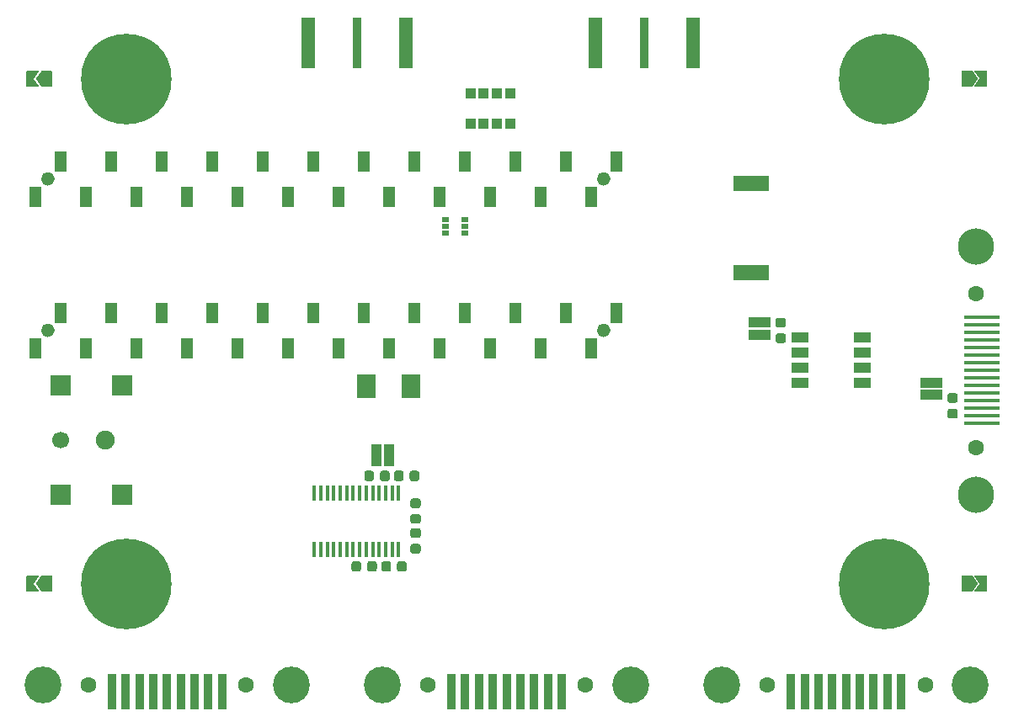
<source format=gts>
G04 #@! TF.GenerationSoftware,KiCad,Pcbnew,(5.1.6)-1*
G04 #@! TF.CreationDate,2022-01-17T18:14:53-08:00*
G04 #@! TF.ProjectId,Attenuator Controller Board,41747465-6e75-4617-946f-7220436f6e74,rev?*
G04 #@! TF.SameCoordinates,Original*
G04 #@! TF.FileFunction,Soldermask,Top*
G04 #@! TF.FilePolarity,Negative*
%FSLAX46Y46*%
G04 Gerber Fmt 4.6, Leading zero omitted, Abs format (unit mm)*
G04 Created by KiCad (PCBNEW (5.1.6)-1) date 2022-01-17 18:14:53*
%MOMM*%
%LPD*%
G01*
G04 APERTURE LIST*
%ADD10C,0.100000*%
%ADD11C,0.010000*%
%ADD12R,0.900000X3.600001*%
%ADD13C,1.600000*%
%ADD14C,3.700000*%
%ADD15R,0.455600X1.573200*%
%ADD16R,1.801800X1.039800*%
%ADD17C,1.290000*%
%ADD18R,1.979600X2.360600*%
%ADD19R,2.270000X1.000000*%
%ADD20R,1.000000X1.000000*%
%ADD21R,3.605200X0.404800*%
%ADD22C,3.656000*%
%ADD23R,0.960000X5.100000*%
%ADD24R,1.450000X5.100000*%
%ADD25R,2.100000X2.100000*%
%ADD26C,1.900000*%
%ADD27C,1.700000*%
%ADD28C,9.100000*%
%ADD29R,0.750000X0.500000*%
%ADD30R,1.000000X2.270000*%
%ADD31R,3.600000X1.600000*%
G04 APERTURE END LIST*
D10*
X104516000Y-86270000D02*
G75*
G03*
X104516000Y-86270000I-646000J0D01*
G01*
D11*
G36*
X132519000Y-87045000D02*
G01*
X133641000Y-87045000D01*
X133641000Y-89052000D01*
X132519000Y-89052000D01*
X132519000Y-87045000D01*
G37*
X132519000Y-87045000D02*
X133641000Y-87045000D01*
X133641000Y-89052000D01*
X132519000Y-89052000D01*
X132519000Y-87045000D01*
G36*
X157919000Y-87045000D02*
G01*
X159041000Y-87045000D01*
X159041000Y-89052000D01*
X157919000Y-89052000D01*
X157919000Y-87045000D01*
G37*
X157919000Y-87045000D02*
X159041000Y-87045000D01*
X159041000Y-89052000D01*
X157919000Y-89052000D01*
X157919000Y-87045000D01*
G36*
X155379000Y-83489000D02*
G01*
X156501000Y-83489000D01*
X156501000Y-85496000D01*
X155379000Y-85496000D01*
X155379000Y-83489000D01*
G37*
X155379000Y-83489000D02*
X156501000Y-83489000D01*
X156501000Y-85496000D01*
X155379000Y-85496000D01*
X155379000Y-83489000D01*
G36*
X142679000Y-87045000D02*
G01*
X143801000Y-87045000D01*
X143801000Y-89052000D01*
X142679000Y-89052000D01*
X142679000Y-87045000D01*
G37*
X142679000Y-87045000D02*
X143801000Y-87045000D01*
X143801000Y-89052000D01*
X142679000Y-89052000D01*
X142679000Y-87045000D01*
G36*
X147759000Y-87045000D02*
G01*
X148881000Y-87045000D01*
X148881000Y-89052000D01*
X147759000Y-89052000D01*
X147759000Y-87045000D01*
G37*
X147759000Y-87045000D02*
X148881000Y-87045000D01*
X148881000Y-89052000D01*
X147759000Y-89052000D01*
X147759000Y-87045000D01*
G36*
X137599000Y-87045000D02*
G01*
X138721000Y-87045000D01*
X138721000Y-89052000D01*
X137599000Y-89052000D01*
X137599000Y-87045000D01*
G37*
X137599000Y-87045000D02*
X138721000Y-87045000D01*
X138721000Y-89052000D01*
X137599000Y-89052000D01*
X137599000Y-87045000D01*
G36*
X152839000Y-87045000D02*
G01*
X153961000Y-87045000D01*
X153961000Y-89052000D01*
X152839000Y-89052000D01*
X152839000Y-87045000D01*
G37*
X152839000Y-87045000D02*
X153961000Y-87045000D01*
X153961000Y-89052000D01*
X152839000Y-89052000D01*
X152839000Y-87045000D01*
G36*
X122359000Y-87045000D02*
G01*
X123481000Y-87045000D01*
X123481000Y-89052000D01*
X122359000Y-89052000D01*
X122359000Y-87045000D01*
G37*
X122359000Y-87045000D02*
X123481000Y-87045000D01*
X123481000Y-89052000D01*
X122359000Y-89052000D01*
X122359000Y-87045000D01*
G36*
X127439000Y-87045000D02*
G01*
X128561000Y-87045000D01*
X128561000Y-89052000D01*
X127439000Y-89052000D01*
X127439000Y-87045000D01*
G37*
X127439000Y-87045000D02*
X128561000Y-87045000D01*
X128561000Y-89052000D01*
X127439000Y-89052000D01*
X127439000Y-87045000D01*
D10*
X160396000Y-86270000D02*
G75*
G03*
X160396000Y-86270000I-646000J0D01*
G01*
D11*
G36*
X119819000Y-83489000D02*
G01*
X120941000Y-83489000D01*
X120941000Y-85496000D01*
X119819000Y-85496000D01*
X119819000Y-83489000D01*
G37*
X119819000Y-83489000D02*
X120941000Y-83489000D01*
X120941000Y-85496000D01*
X119819000Y-85496000D01*
X119819000Y-83489000D01*
G36*
X140139000Y-83489000D02*
G01*
X141261000Y-83489000D01*
X141261000Y-85496000D01*
X140139000Y-85496000D01*
X140139000Y-83489000D01*
G37*
X140139000Y-83489000D02*
X141261000Y-83489000D01*
X141261000Y-85496000D01*
X140139000Y-85496000D01*
X140139000Y-83489000D01*
G36*
X160459000Y-83489000D02*
G01*
X161581000Y-83489000D01*
X161581000Y-85496000D01*
X160459000Y-85496000D01*
X160459000Y-83489000D01*
G37*
X160459000Y-83489000D02*
X161581000Y-83489000D01*
X161581000Y-85496000D01*
X160459000Y-85496000D01*
X160459000Y-83489000D01*
G36*
X135059000Y-83489000D02*
G01*
X136181000Y-83489000D01*
X136181000Y-85496000D01*
X135059000Y-85496000D01*
X135059000Y-83489000D01*
G37*
X135059000Y-83489000D02*
X136181000Y-83489000D01*
X136181000Y-85496000D01*
X135059000Y-85496000D01*
X135059000Y-83489000D01*
G36*
X145219000Y-83489000D02*
G01*
X146341000Y-83489000D01*
X146341000Y-85496000D01*
X145219000Y-85496000D01*
X145219000Y-83489000D01*
G37*
X145219000Y-83489000D02*
X146341000Y-83489000D01*
X146341000Y-85496000D01*
X145219000Y-85496000D01*
X145219000Y-83489000D01*
G36*
X150299000Y-83489000D02*
G01*
X151421000Y-83489000D01*
X151421000Y-85496000D01*
X150299000Y-85496000D01*
X150299000Y-83489000D01*
G37*
X150299000Y-83489000D02*
X151421000Y-83489000D01*
X151421000Y-85496000D01*
X150299000Y-85496000D01*
X150299000Y-83489000D01*
G36*
X124899000Y-83489000D02*
G01*
X126021000Y-83489000D01*
X126021000Y-85496000D01*
X124899000Y-85496000D01*
X124899000Y-83489000D01*
G37*
X124899000Y-83489000D02*
X126021000Y-83489000D01*
X126021000Y-85496000D01*
X124899000Y-85496000D01*
X124899000Y-83489000D01*
G36*
X129979000Y-83489000D02*
G01*
X131101000Y-83489000D01*
X131101000Y-85496000D01*
X129979000Y-85496000D01*
X129979000Y-83489000D01*
G37*
X129979000Y-83489000D02*
X131101000Y-83489000D01*
X131101000Y-85496000D01*
X129979000Y-85496000D01*
X129979000Y-83489000D01*
G36*
X109659000Y-83489000D02*
G01*
X110781000Y-83489000D01*
X110781000Y-85496000D01*
X109659000Y-85496000D01*
X109659000Y-83489000D01*
G37*
X109659000Y-83489000D02*
X110781000Y-83489000D01*
X110781000Y-85496000D01*
X109659000Y-85496000D01*
X109659000Y-83489000D01*
G36*
X107119000Y-87045000D02*
G01*
X108241000Y-87045000D01*
X108241000Y-89052000D01*
X107119000Y-89052000D01*
X107119000Y-87045000D01*
G37*
X107119000Y-87045000D02*
X108241000Y-87045000D01*
X108241000Y-89052000D01*
X107119000Y-89052000D01*
X107119000Y-87045000D01*
G36*
X102039000Y-87045000D02*
G01*
X103161000Y-87045000D01*
X103161000Y-89052000D01*
X102039000Y-89052000D01*
X102039000Y-87045000D01*
G37*
X102039000Y-87045000D02*
X103161000Y-87045000D01*
X103161000Y-89052000D01*
X102039000Y-89052000D01*
X102039000Y-87045000D01*
G36*
X117279000Y-87045000D02*
G01*
X118401000Y-87045000D01*
X118401000Y-89052000D01*
X117279000Y-89052000D01*
X117279000Y-87045000D01*
G37*
X117279000Y-87045000D02*
X118401000Y-87045000D01*
X118401000Y-89052000D01*
X117279000Y-89052000D01*
X117279000Y-87045000D01*
G36*
X104579000Y-83489000D02*
G01*
X105701000Y-83489000D01*
X105701000Y-85496000D01*
X104579000Y-85496000D01*
X104579000Y-83489000D01*
G37*
X104579000Y-83489000D02*
X105701000Y-83489000D01*
X105701000Y-85496000D01*
X104579000Y-85496000D01*
X104579000Y-83489000D01*
G36*
X112199000Y-87045000D02*
G01*
X113321000Y-87045000D01*
X113321000Y-89052000D01*
X112199000Y-89052000D01*
X112199000Y-87045000D01*
G37*
X112199000Y-87045000D02*
X113321000Y-87045000D01*
X113321000Y-89052000D01*
X112199000Y-89052000D01*
X112199000Y-87045000D01*
G36*
X114739000Y-83489000D02*
G01*
X115861000Y-83489000D01*
X115861000Y-85496000D01*
X114739000Y-85496000D01*
X114739000Y-83489000D01*
G37*
X114739000Y-83489000D02*
X115861000Y-83489000D01*
X115861000Y-85496000D01*
X114739000Y-85496000D01*
X114739000Y-83489000D01*
D10*
X104516000Y-101510000D02*
G75*
G03*
X104516000Y-101510000I-646000J0D01*
G01*
X160396000Y-101510000D02*
G75*
G03*
X160396000Y-101510000I-646000J0D01*
G01*
D11*
G36*
X160459000Y-98729000D02*
G01*
X161581000Y-98729000D01*
X161581000Y-100736000D01*
X160459000Y-100736000D01*
X160459000Y-98729000D01*
G37*
X160459000Y-98729000D02*
X161581000Y-98729000D01*
X161581000Y-100736000D01*
X160459000Y-100736000D01*
X160459000Y-98729000D01*
G36*
X157919000Y-102285000D02*
G01*
X159041000Y-102285000D01*
X159041000Y-104292000D01*
X157919000Y-104292000D01*
X157919000Y-102285000D01*
G37*
X157919000Y-102285000D02*
X159041000Y-102285000D01*
X159041000Y-104292000D01*
X157919000Y-104292000D01*
X157919000Y-102285000D01*
G36*
X155379000Y-98729000D02*
G01*
X156501000Y-98729000D01*
X156501000Y-100736000D01*
X155379000Y-100736000D01*
X155379000Y-98729000D01*
G37*
X155379000Y-98729000D02*
X156501000Y-98729000D01*
X156501000Y-100736000D01*
X155379000Y-100736000D01*
X155379000Y-98729000D01*
G36*
X152839000Y-102285000D02*
G01*
X153961000Y-102285000D01*
X153961000Y-104292000D01*
X152839000Y-104292000D01*
X152839000Y-102285000D01*
G37*
X152839000Y-102285000D02*
X153961000Y-102285000D01*
X153961000Y-104292000D01*
X152839000Y-104292000D01*
X152839000Y-102285000D01*
G36*
X150299000Y-98729000D02*
G01*
X151421000Y-98729000D01*
X151421000Y-100736000D01*
X150299000Y-100736000D01*
X150299000Y-98729000D01*
G37*
X150299000Y-98729000D02*
X151421000Y-98729000D01*
X151421000Y-100736000D01*
X150299000Y-100736000D01*
X150299000Y-98729000D01*
G36*
X147759000Y-102285000D02*
G01*
X148881000Y-102285000D01*
X148881000Y-104292000D01*
X147759000Y-104292000D01*
X147759000Y-102285000D01*
G37*
X147759000Y-102285000D02*
X148881000Y-102285000D01*
X148881000Y-104292000D01*
X147759000Y-104292000D01*
X147759000Y-102285000D01*
G36*
X145219000Y-98729000D02*
G01*
X146341000Y-98729000D01*
X146341000Y-100736000D01*
X145219000Y-100736000D01*
X145219000Y-98729000D01*
G37*
X145219000Y-98729000D02*
X146341000Y-98729000D01*
X146341000Y-100736000D01*
X145219000Y-100736000D01*
X145219000Y-98729000D01*
G36*
X142679000Y-102285000D02*
G01*
X143801000Y-102285000D01*
X143801000Y-104292000D01*
X142679000Y-104292000D01*
X142679000Y-102285000D01*
G37*
X142679000Y-102285000D02*
X143801000Y-102285000D01*
X143801000Y-104292000D01*
X142679000Y-104292000D01*
X142679000Y-102285000D01*
G36*
X140139000Y-98729000D02*
G01*
X141261000Y-98729000D01*
X141261000Y-100736000D01*
X140139000Y-100736000D01*
X140139000Y-98729000D01*
G37*
X140139000Y-98729000D02*
X141261000Y-98729000D01*
X141261000Y-100736000D01*
X140139000Y-100736000D01*
X140139000Y-98729000D01*
G36*
X137599000Y-102285000D02*
G01*
X138721000Y-102285000D01*
X138721000Y-104292000D01*
X137599000Y-104292000D01*
X137599000Y-102285000D01*
G37*
X137599000Y-102285000D02*
X138721000Y-102285000D01*
X138721000Y-104292000D01*
X137599000Y-104292000D01*
X137599000Y-102285000D01*
G36*
X135059000Y-98729000D02*
G01*
X136181000Y-98729000D01*
X136181000Y-100736000D01*
X135059000Y-100736000D01*
X135059000Y-98729000D01*
G37*
X135059000Y-98729000D02*
X136181000Y-98729000D01*
X136181000Y-100736000D01*
X135059000Y-100736000D01*
X135059000Y-98729000D01*
G36*
X132519000Y-102285000D02*
G01*
X133641000Y-102285000D01*
X133641000Y-104292000D01*
X132519000Y-104292000D01*
X132519000Y-102285000D01*
G37*
X132519000Y-102285000D02*
X133641000Y-102285000D01*
X133641000Y-104292000D01*
X132519000Y-104292000D01*
X132519000Y-102285000D01*
G36*
X129979000Y-98729000D02*
G01*
X131101000Y-98729000D01*
X131101000Y-100736000D01*
X129979000Y-100736000D01*
X129979000Y-98729000D01*
G37*
X129979000Y-98729000D02*
X131101000Y-98729000D01*
X131101000Y-100736000D01*
X129979000Y-100736000D01*
X129979000Y-98729000D01*
G36*
X127439000Y-102285000D02*
G01*
X128561000Y-102285000D01*
X128561000Y-104292000D01*
X127439000Y-104292000D01*
X127439000Y-102285000D01*
G37*
X127439000Y-102285000D02*
X128561000Y-102285000D01*
X128561000Y-104292000D01*
X127439000Y-104292000D01*
X127439000Y-102285000D01*
G36*
X124899000Y-98729000D02*
G01*
X126021000Y-98729000D01*
X126021000Y-100736000D01*
X124899000Y-100736000D01*
X124899000Y-98729000D01*
G37*
X124899000Y-98729000D02*
X126021000Y-98729000D01*
X126021000Y-100736000D01*
X124899000Y-100736000D01*
X124899000Y-98729000D01*
G36*
X122359000Y-102285000D02*
G01*
X123481000Y-102285000D01*
X123481000Y-104292000D01*
X122359000Y-104292000D01*
X122359000Y-102285000D01*
G37*
X122359000Y-102285000D02*
X123481000Y-102285000D01*
X123481000Y-104292000D01*
X122359000Y-104292000D01*
X122359000Y-102285000D01*
G36*
X119819000Y-98729000D02*
G01*
X120941000Y-98729000D01*
X120941000Y-100736000D01*
X119819000Y-100736000D01*
X119819000Y-98729000D01*
G37*
X119819000Y-98729000D02*
X120941000Y-98729000D01*
X120941000Y-100736000D01*
X119819000Y-100736000D01*
X119819000Y-98729000D01*
G36*
X117279000Y-102285000D02*
G01*
X118401000Y-102285000D01*
X118401000Y-104292000D01*
X117279000Y-104292000D01*
X117279000Y-102285000D01*
G37*
X117279000Y-102285000D02*
X118401000Y-102285000D01*
X118401000Y-104292000D01*
X117279000Y-104292000D01*
X117279000Y-102285000D01*
G36*
X114739000Y-98729000D02*
G01*
X115861000Y-98729000D01*
X115861000Y-100736000D01*
X114739000Y-100736000D01*
X114739000Y-98729000D01*
G37*
X114739000Y-98729000D02*
X115861000Y-98729000D01*
X115861000Y-100736000D01*
X114739000Y-100736000D01*
X114739000Y-98729000D01*
G36*
X112199000Y-102285000D02*
G01*
X113321000Y-102285000D01*
X113321000Y-104292000D01*
X112199000Y-104292000D01*
X112199000Y-102285000D01*
G37*
X112199000Y-102285000D02*
X113321000Y-102285000D01*
X113321000Y-104292000D01*
X112199000Y-104292000D01*
X112199000Y-102285000D01*
G36*
X109659000Y-98729000D02*
G01*
X110781000Y-98729000D01*
X110781000Y-100736000D01*
X109659000Y-100736000D01*
X109659000Y-98729000D01*
G37*
X109659000Y-98729000D02*
X110781000Y-98729000D01*
X110781000Y-100736000D01*
X109659000Y-100736000D01*
X109659000Y-98729000D01*
G36*
X107119000Y-102285000D02*
G01*
X108241000Y-102285000D01*
X108241000Y-104292000D01*
X107119000Y-104292000D01*
X107119000Y-102285000D01*
G37*
X107119000Y-102285000D02*
X108241000Y-102285000D01*
X108241000Y-104292000D01*
X107119000Y-104292000D01*
X107119000Y-102285000D01*
G36*
X104579000Y-98729000D02*
G01*
X105701000Y-98729000D01*
X105701000Y-100736000D01*
X104579000Y-100736000D01*
X104579000Y-98729000D01*
G37*
X104579000Y-98729000D02*
X105701000Y-98729000D01*
X105701000Y-100736000D01*
X104579000Y-100736000D01*
X104579000Y-98729000D01*
G36*
X102039000Y-102285000D02*
G01*
X103161000Y-102285000D01*
X103161000Y-104292000D01*
X102039000Y-104292000D01*
X102039000Y-102285000D01*
G37*
X102039000Y-102285000D02*
X103161000Y-102285000D01*
X103161000Y-104292000D01*
X102039000Y-104292000D01*
X102039000Y-102285000D01*
D10*
G36*
X196794755Y-75380961D02*
G01*
X196804134Y-75383806D01*
X196812779Y-75388427D01*
X196820355Y-75394645D01*
X196826603Y-75402265D01*
X197326603Y-76152265D01*
X197331214Y-76160914D01*
X197334049Y-76170297D01*
X197335000Y-76180052D01*
X197334029Y-76189806D01*
X197331174Y-76199182D01*
X197326603Y-76207735D01*
X196826603Y-76957735D01*
X196820392Y-76965318D01*
X196812822Y-76971544D01*
X196804182Y-76976174D01*
X196794806Y-76979029D01*
X196785000Y-76980000D01*
X195785000Y-76980000D01*
X195775245Y-76979039D01*
X195765866Y-76976194D01*
X195757221Y-76971573D01*
X195749645Y-76965355D01*
X195743427Y-76957779D01*
X195738806Y-76949134D01*
X195735961Y-76939755D01*
X195735000Y-76930000D01*
X195735000Y-75430000D01*
X195735961Y-75420245D01*
X195738806Y-75410866D01*
X195743427Y-75402221D01*
X195749645Y-75394645D01*
X195757221Y-75388427D01*
X195765866Y-75383806D01*
X195775245Y-75380961D01*
X195785000Y-75380000D01*
X196785000Y-75380000D01*
X196794755Y-75380961D01*
G37*
G36*
X198244755Y-75380961D02*
G01*
X198254134Y-75383806D01*
X198262779Y-75388427D01*
X198270355Y-75394645D01*
X198276573Y-75402221D01*
X198281194Y-75410866D01*
X198284039Y-75420245D01*
X198285000Y-75430000D01*
X198285000Y-76930000D01*
X198284039Y-76939755D01*
X198281194Y-76949134D01*
X198276573Y-76957779D01*
X198270355Y-76965355D01*
X198262779Y-76971573D01*
X198254134Y-76976194D01*
X198244755Y-76979039D01*
X198235000Y-76980000D01*
X197085000Y-76980000D01*
X197075245Y-76979039D01*
X197065866Y-76976194D01*
X197057221Y-76971573D01*
X197049645Y-76965355D01*
X197043427Y-76957779D01*
X197038806Y-76949134D01*
X197035961Y-76939755D01*
X197035000Y-76930000D01*
X197035961Y-76920245D01*
X197038806Y-76910866D01*
X197043397Y-76902265D01*
X197524907Y-76180000D01*
X197043397Y-75457735D01*
X197038786Y-75449086D01*
X197035951Y-75439703D01*
X197035000Y-75429948D01*
X197035971Y-75420194D01*
X197038826Y-75410818D01*
X197043456Y-75402178D01*
X197049682Y-75394608D01*
X197057265Y-75388397D01*
X197065914Y-75383786D01*
X197075297Y-75380951D01*
X197085000Y-75380000D01*
X198235000Y-75380000D01*
X198244755Y-75380961D01*
G37*
G36*
X103215245Y-77009039D02*
G01*
X103205866Y-77006194D01*
X103197221Y-77001573D01*
X103189645Y-76995355D01*
X103183397Y-76987735D01*
X102683397Y-76237735D01*
X102678786Y-76229086D01*
X102675951Y-76219703D01*
X102675000Y-76209948D01*
X102675971Y-76200194D01*
X102678826Y-76190818D01*
X102683397Y-76182265D01*
X103183397Y-75432265D01*
X103189608Y-75424682D01*
X103197178Y-75418456D01*
X103205818Y-75413826D01*
X103215194Y-75410971D01*
X103225000Y-75410000D01*
X104225000Y-75410000D01*
X104234755Y-75410961D01*
X104244134Y-75413806D01*
X104252779Y-75418427D01*
X104260355Y-75424645D01*
X104266573Y-75432221D01*
X104271194Y-75440866D01*
X104274039Y-75450245D01*
X104275000Y-75460000D01*
X104275000Y-76960000D01*
X104274039Y-76969755D01*
X104271194Y-76979134D01*
X104266573Y-76987779D01*
X104260355Y-76995355D01*
X104252779Y-77001573D01*
X104244134Y-77006194D01*
X104234755Y-77009039D01*
X104225000Y-77010000D01*
X103225000Y-77010000D01*
X103215245Y-77009039D01*
G37*
G36*
X101765245Y-77009039D02*
G01*
X101755866Y-77006194D01*
X101747221Y-77001573D01*
X101739645Y-76995355D01*
X101733427Y-76987779D01*
X101728806Y-76979134D01*
X101725961Y-76969755D01*
X101725000Y-76960000D01*
X101725000Y-75460000D01*
X101725961Y-75450245D01*
X101728806Y-75440866D01*
X101733427Y-75432221D01*
X101739645Y-75424645D01*
X101747221Y-75418427D01*
X101755866Y-75413806D01*
X101765245Y-75410961D01*
X101775000Y-75410000D01*
X102925000Y-75410000D01*
X102934755Y-75410961D01*
X102944134Y-75413806D01*
X102952779Y-75418427D01*
X102960355Y-75424645D01*
X102966573Y-75432221D01*
X102971194Y-75440866D01*
X102974039Y-75450245D01*
X102975000Y-75460000D01*
X102974039Y-75469755D01*
X102971194Y-75479134D01*
X102966603Y-75487735D01*
X102485093Y-76210000D01*
X102966603Y-76932265D01*
X102971214Y-76940914D01*
X102974049Y-76950297D01*
X102975000Y-76960052D01*
X102974029Y-76969806D01*
X102971174Y-76979182D01*
X102966544Y-76987822D01*
X102960318Y-76995392D01*
X102952735Y-77001603D01*
X102944086Y-77006214D01*
X102934703Y-77009049D01*
X102925000Y-77010000D01*
X101775000Y-77010000D01*
X101765245Y-77009039D01*
G37*
G36*
X196784755Y-126200961D02*
G01*
X196794134Y-126203806D01*
X196802779Y-126208427D01*
X196810355Y-126214645D01*
X196816603Y-126222265D01*
X197316603Y-126972265D01*
X197321214Y-126980914D01*
X197324049Y-126990297D01*
X197325000Y-127000052D01*
X197324029Y-127009806D01*
X197321174Y-127019182D01*
X197316603Y-127027735D01*
X196816603Y-127777735D01*
X196810392Y-127785318D01*
X196802822Y-127791544D01*
X196794182Y-127796174D01*
X196784806Y-127799029D01*
X196775000Y-127800000D01*
X195775000Y-127800000D01*
X195765245Y-127799039D01*
X195755866Y-127796194D01*
X195747221Y-127791573D01*
X195739645Y-127785355D01*
X195733427Y-127777779D01*
X195728806Y-127769134D01*
X195725961Y-127759755D01*
X195725000Y-127750000D01*
X195725000Y-126250000D01*
X195725961Y-126240245D01*
X195728806Y-126230866D01*
X195733427Y-126222221D01*
X195739645Y-126214645D01*
X195747221Y-126208427D01*
X195755866Y-126203806D01*
X195765245Y-126200961D01*
X195775000Y-126200000D01*
X196775000Y-126200000D01*
X196784755Y-126200961D01*
G37*
G36*
X198234755Y-126200961D02*
G01*
X198244134Y-126203806D01*
X198252779Y-126208427D01*
X198260355Y-126214645D01*
X198266573Y-126222221D01*
X198271194Y-126230866D01*
X198274039Y-126240245D01*
X198275000Y-126250000D01*
X198275000Y-127750000D01*
X198274039Y-127759755D01*
X198271194Y-127769134D01*
X198266573Y-127777779D01*
X198260355Y-127785355D01*
X198252779Y-127791573D01*
X198244134Y-127796194D01*
X198234755Y-127799039D01*
X198225000Y-127800000D01*
X197075000Y-127800000D01*
X197065245Y-127799039D01*
X197055866Y-127796194D01*
X197047221Y-127791573D01*
X197039645Y-127785355D01*
X197033427Y-127777779D01*
X197028806Y-127769134D01*
X197025961Y-127759755D01*
X197025000Y-127750000D01*
X197025961Y-127740245D01*
X197028806Y-127730866D01*
X197033397Y-127722265D01*
X197514907Y-127000000D01*
X197033397Y-126277735D01*
X197028786Y-126269086D01*
X197025951Y-126259703D01*
X197025000Y-126249948D01*
X197025971Y-126240194D01*
X197028826Y-126230818D01*
X197033456Y-126222178D01*
X197039682Y-126214608D01*
X197047265Y-126208397D01*
X197055914Y-126203786D01*
X197065297Y-126200951D01*
X197075000Y-126200000D01*
X198225000Y-126200000D01*
X198234755Y-126200961D01*
G37*
G36*
X103215245Y-127799039D02*
G01*
X103205866Y-127796194D01*
X103197221Y-127791573D01*
X103189645Y-127785355D01*
X103183397Y-127777735D01*
X102683397Y-127027735D01*
X102678786Y-127019086D01*
X102675951Y-127009703D01*
X102675000Y-126999948D01*
X102675971Y-126990194D01*
X102678826Y-126980818D01*
X102683397Y-126972265D01*
X103183397Y-126222265D01*
X103189608Y-126214682D01*
X103197178Y-126208456D01*
X103205818Y-126203826D01*
X103215194Y-126200971D01*
X103225000Y-126200000D01*
X104225000Y-126200000D01*
X104234755Y-126200961D01*
X104244134Y-126203806D01*
X104252779Y-126208427D01*
X104260355Y-126214645D01*
X104266573Y-126222221D01*
X104271194Y-126230866D01*
X104274039Y-126240245D01*
X104275000Y-126250000D01*
X104275000Y-127750000D01*
X104274039Y-127759755D01*
X104271194Y-127769134D01*
X104266573Y-127777779D01*
X104260355Y-127785355D01*
X104252779Y-127791573D01*
X104244134Y-127796194D01*
X104234755Y-127799039D01*
X104225000Y-127800000D01*
X103225000Y-127800000D01*
X103215245Y-127799039D01*
G37*
G36*
X101765245Y-127799039D02*
G01*
X101755866Y-127796194D01*
X101747221Y-127791573D01*
X101739645Y-127785355D01*
X101733427Y-127777779D01*
X101728806Y-127769134D01*
X101725961Y-127759755D01*
X101725000Y-127750000D01*
X101725000Y-126250000D01*
X101725961Y-126240245D01*
X101728806Y-126230866D01*
X101733427Y-126222221D01*
X101739645Y-126214645D01*
X101747221Y-126208427D01*
X101755866Y-126203806D01*
X101765245Y-126200961D01*
X101775000Y-126200000D01*
X102925000Y-126200000D01*
X102934755Y-126200961D01*
X102944134Y-126203806D01*
X102952779Y-126208427D01*
X102960355Y-126214645D01*
X102966573Y-126222221D01*
X102971194Y-126230866D01*
X102974039Y-126240245D01*
X102975000Y-126250000D01*
X102974039Y-126259755D01*
X102971194Y-126269134D01*
X102966603Y-126277735D01*
X102485093Y-127000000D01*
X102966603Y-127722265D01*
X102971214Y-127730914D01*
X102974049Y-127740297D01*
X102975000Y-127750052D01*
X102974029Y-127759806D01*
X102971174Y-127769182D01*
X102966544Y-127777822D01*
X102960318Y-127785392D01*
X102952735Y-127791603D01*
X102944086Y-127796214D01*
X102934703Y-127799049D01*
X102925000Y-127800000D01*
X101775000Y-127800000D01*
X101765245Y-127799039D01*
G37*
D12*
X155528600Y-137880000D03*
X154143599Y-137880000D03*
X152758600Y-137880000D03*
X151373599Y-137880000D03*
X149988601Y-137880000D03*
X148603600Y-137880000D03*
X147218599Y-137880000D03*
X145833600Y-137880000D03*
X144448599Y-137880000D03*
D13*
X157941400Y-137231000D03*
X142041400Y-137231000D03*
D14*
X162491400Y-137231000D03*
X137491400Y-137231000D03*
G36*
G01*
X195121250Y-108807500D02*
X194558750Y-108807500D01*
G75*
G02*
X194315000Y-108563750I0J243750D01*
G01*
X194315000Y-108076250D01*
G75*
G02*
X194558750Y-107832500I243750J0D01*
G01*
X195121250Y-107832500D01*
G75*
G02*
X195365000Y-108076250I0J-243750D01*
G01*
X195365000Y-108563750D01*
G75*
G02*
X195121250Y-108807500I-243750J0D01*
G01*
G37*
G36*
G01*
X195121250Y-110382500D02*
X194558750Y-110382500D01*
G75*
G02*
X194315000Y-110138750I0J243750D01*
G01*
X194315000Y-109651250D01*
G75*
G02*
X194558750Y-109407500I243750J0D01*
G01*
X195121250Y-109407500D01*
G75*
G02*
X195365000Y-109651250I0J-243750D01*
G01*
X195365000Y-110138750D01*
G75*
G02*
X195121250Y-110382500I-243750J0D01*
G01*
G37*
G36*
G01*
X177841250Y-101227500D02*
X177278750Y-101227500D01*
G75*
G02*
X177035000Y-100983750I0J243750D01*
G01*
X177035000Y-100496250D01*
G75*
G02*
X177278750Y-100252500I243750J0D01*
G01*
X177841250Y-100252500D01*
G75*
G02*
X178085000Y-100496250I0J-243750D01*
G01*
X178085000Y-100983750D01*
G75*
G02*
X177841250Y-101227500I-243750J0D01*
G01*
G37*
G36*
G01*
X177841250Y-102802500D02*
X177278750Y-102802500D01*
G75*
G02*
X177035000Y-102558750I0J243750D01*
G01*
X177035000Y-102071250D01*
G75*
G02*
X177278750Y-101827500I243750J0D01*
G01*
X177841250Y-101827500D01*
G75*
G02*
X178085000Y-102071250I0J-243750D01*
G01*
X178085000Y-102558750D01*
G75*
G02*
X177841250Y-102802500I-243750J0D01*
G01*
G37*
D15*
X139125000Y-117890600D03*
X138474999Y-117890600D03*
X137825000Y-117890600D03*
X137174999Y-117890600D03*
X136525001Y-117890600D03*
X135874999Y-117890600D03*
X135225001Y-117890600D03*
X134575002Y-117890600D03*
X133925001Y-117890600D03*
X133275002Y-117890600D03*
X132625001Y-117890600D03*
X131975002Y-117890600D03*
X131325001Y-117890600D03*
X130675002Y-117890600D03*
X130675000Y-123529400D03*
X131325001Y-123529400D03*
X131975000Y-123529400D03*
X132625001Y-123529400D03*
X133274999Y-123529400D03*
X133925001Y-123529400D03*
X134574999Y-123529400D03*
X135225001Y-123529400D03*
X135874999Y-123529400D03*
X136525001Y-123529400D03*
X137174999Y-123529400D03*
X137825000Y-123529400D03*
X138474999Y-123529400D03*
X139125000Y-123529400D03*
D16*
X179460400Y-102225001D03*
X179460400Y-103755000D03*
X179460400Y-105285000D03*
X179460400Y-106814999D03*
X185759600Y-106814999D03*
X185759600Y-105285000D03*
X185759600Y-103755000D03*
X185759600Y-102225001D03*
D17*
X103870000Y-101510000D03*
X159750000Y-101510000D03*
X103870000Y-86270000D03*
X159750000Y-86270000D03*
D18*
X140339600Y-107140000D03*
X135920000Y-107140000D03*
D19*
X192670000Y-106790000D03*
X192670000Y-108010000D03*
X175450000Y-100740000D03*
X175450000Y-101960000D03*
D20*
X149010000Y-77710000D03*
X150350000Y-77710000D03*
X146350000Y-77710000D03*
X147690000Y-77710000D03*
X149010000Y-80710000D03*
X147690000Y-80710000D03*
X150350000Y-80710000D03*
X146350000Y-80710000D03*
D12*
X189660001Y-137880000D03*
X188275000Y-137880000D03*
X186890001Y-137880000D03*
X185505000Y-137880000D03*
X184120002Y-137880000D03*
X182735001Y-137880000D03*
X181350000Y-137880000D03*
X179965001Y-137880000D03*
X178580000Y-137880000D03*
D13*
X192072801Y-137231000D03*
X176172801Y-137231000D03*
D14*
X196622801Y-137231000D03*
X171622801Y-137231000D03*
D12*
X121397200Y-137880000D03*
X120012199Y-137880000D03*
X118627200Y-137880000D03*
X117242199Y-137880000D03*
X115857201Y-137880000D03*
X114472200Y-137880000D03*
X113087199Y-137880000D03*
X111702200Y-137880000D03*
X110317199Y-137880000D03*
D13*
X123810000Y-137231000D03*
X107910000Y-137231000D03*
D14*
X128360000Y-137231000D03*
X103360000Y-137231000D03*
D21*
X197760000Y-101742700D03*
X197760000Y-104021080D03*
X197760000Y-106299460D03*
X197760000Y-108577840D03*
X197760000Y-110856220D03*
X197760000Y-100223780D03*
X197760000Y-102502160D03*
X197760000Y-104780540D03*
X197760000Y-107058920D03*
X197760000Y-109337300D03*
X197760000Y-100983240D03*
X197760000Y-103261620D03*
X197760000Y-105540000D03*
X197760000Y-107818380D03*
X197760000Y-110096760D03*
D13*
X197201200Y-97805700D03*
X197201200Y-113274300D03*
D22*
X197201200Y-93043200D03*
X197201200Y-118036800D03*
D23*
X134960000Y-72560000D03*
D24*
X130035000Y-72560000D03*
X139885000Y-72560000D03*
D23*
X163830000Y-72560000D03*
D24*
X158905000Y-72560000D03*
X168755000Y-72560000D03*
D25*
X105120000Y-118090000D03*
X111320000Y-118090000D03*
X111320000Y-107090000D03*
X105120000Y-107090000D03*
D26*
X109620000Y-112590000D03*
D27*
X105120000Y-112590000D03*
D28*
X187960000Y-76200000D03*
X111760000Y-76200000D03*
X187960000Y-127000000D03*
X111760000Y-127000000D03*
D29*
X145760000Y-90410000D03*
X145760000Y-91710000D03*
X143860000Y-91060000D03*
X145760000Y-91060000D03*
X143860000Y-91710000D03*
X143860000Y-90410000D03*
G36*
G01*
X135372500Y-124978750D02*
X135372500Y-125541250D01*
G75*
G02*
X135128750Y-125785000I-243750J0D01*
G01*
X134641250Y-125785000D01*
G75*
G02*
X134397500Y-125541250I0J243750D01*
G01*
X134397500Y-124978750D01*
G75*
G02*
X134641250Y-124735000I243750J0D01*
G01*
X135128750Y-124735000D01*
G75*
G02*
X135372500Y-124978750I0J-243750D01*
G01*
G37*
G36*
G01*
X136947500Y-124978750D02*
X136947500Y-125541250D01*
G75*
G02*
X136703750Y-125785000I-243750J0D01*
G01*
X136216250Y-125785000D01*
G75*
G02*
X135972500Y-125541250I0J243750D01*
G01*
X135972500Y-124978750D01*
G75*
G02*
X136216250Y-124735000I243750J0D01*
G01*
X136703750Y-124735000D01*
G75*
G02*
X136947500Y-124978750I0J-243750D01*
G01*
G37*
G36*
G01*
X138372500Y-124988750D02*
X138372500Y-125551250D01*
G75*
G02*
X138128750Y-125795000I-243750J0D01*
G01*
X137641250Y-125795000D01*
G75*
G02*
X137397500Y-125551250I0J243750D01*
G01*
X137397500Y-124988750D01*
G75*
G02*
X137641250Y-124745000I243750J0D01*
G01*
X138128750Y-124745000D01*
G75*
G02*
X138372500Y-124988750I0J-243750D01*
G01*
G37*
G36*
G01*
X139947500Y-124988750D02*
X139947500Y-125551250D01*
G75*
G02*
X139703750Y-125795000I-243750J0D01*
G01*
X139216250Y-125795000D01*
G75*
G02*
X138972500Y-125551250I0J243750D01*
G01*
X138972500Y-124988750D01*
G75*
G02*
X139216250Y-124745000I243750J0D01*
G01*
X139703750Y-124745000D01*
G75*
G02*
X139947500Y-124988750I0J-243750D01*
G01*
G37*
G36*
G01*
X140558750Y-122997500D02*
X141121250Y-122997500D01*
G75*
G02*
X141365000Y-123241250I0J-243750D01*
G01*
X141365000Y-123728750D01*
G75*
G02*
X141121250Y-123972500I-243750J0D01*
G01*
X140558750Y-123972500D01*
G75*
G02*
X140315000Y-123728750I0J243750D01*
G01*
X140315000Y-123241250D01*
G75*
G02*
X140558750Y-122997500I243750J0D01*
G01*
G37*
G36*
G01*
X140558750Y-121422500D02*
X141121250Y-121422500D01*
G75*
G02*
X141365000Y-121666250I0J-243750D01*
G01*
X141365000Y-122153750D01*
G75*
G02*
X141121250Y-122397500I-243750J0D01*
G01*
X140558750Y-122397500D01*
G75*
G02*
X140315000Y-122153750I0J243750D01*
G01*
X140315000Y-121666250D01*
G75*
G02*
X140558750Y-121422500I243750J0D01*
G01*
G37*
G36*
G01*
X141121250Y-119397500D02*
X140558750Y-119397500D01*
G75*
G02*
X140315000Y-119153750I0J243750D01*
G01*
X140315000Y-118666250D01*
G75*
G02*
X140558750Y-118422500I243750J0D01*
G01*
X141121250Y-118422500D01*
G75*
G02*
X141365000Y-118666250I0J-243750D01*
G01*
X141365000Y-119153750D01*
G75*
G02*
X141121250Y-119397500I-243750J0D01*
G01*
G37*
G36*
G01*
X141121250Y-120972500D02*
X140558750Y-120972500D01*
G75*
G02*
X140315000Y-120728750I0J243750D01*
G01*
X140315000Y-120241250D01*
G75*
G02*
X140558750Y-119997500I243750J0D01*
G01*
X141121250Y-119997500D01*
G75*
G02*
X141365000Y-120241250I0J-243750D01*
G01*
X141365000Y-120728750D01*
G75*
G02*
X141121250Y-120972500I-243750J0D01*
G01*
G37*
G36*
G01*
X139637500Y-115878750D02*
X139637500Y-116441250D01*
G75*
G02*
X139393750Y-116685000I-243750J0D01*
G01*
X138906250Y-116685000D01*
G75*
G02*
X138662500Y-116441250I0J243750D01*
G01*
X138662500Y-115878750D01*
G75*
G02*
X138906250Y-115635000I243750J0D01*
G01*
X139393750Y-115635000D01*
G75*
G02*
X139637500Y-115878750I0J-243750D01*
G01*
G37*
G36*
G01*
X141212500Y-115878750D02*
X141212500Y-116441250D01*
G75*
G02*
X140968750Y-116685000I-243750J0D01*
G01*
X140481250Y-116685000D01*
G75*
G02*
X140237500Y-116441250I0J243750D01*
G01*
X140237500Y-115878750D01*
G75*
G02*
X140481250Y-115635000I243750J0D01*
G01*
X140968750Y-115635000D01*
G75*
G02*
X141212500Y-115878750I0J-243750D01*
G01*
G37*
G36*
G01*
X136662500Y-115878750D02*
X136662500Y-116441250D01*
G75*
G02*
X136418750Y-116685000I-243750J0D01*
G01*
X135931250Y-116685000D01*
G75*
G02*
X135687500Y-116441250I0J243750D01*
G01*
X135687500Y-115878750D01*
G75*
G02*
X135931250Y-115635000I243750J0D01*
G01*
X136418750Y-115635000D01*
G75*
G02*
X136662500Y-115878750I0J-243750D01*
G01*
G37*
G36*
G01*
X138237500Y-115878750D02*
X138237500Y-116441250D01*
G75*
G02*
X137993750Y-116685000I-243750J0D01*
G01*
X137506250Y-116685000D01*
G75*
G02*
X137262500Y-116441250I0J243750D01*
G01*
X137262500Y-115878750D01*
G75*
G02*
X137506250Y-115635000I243750J0D01*
G01*
X137993750Y-115635000D01*
G75*
G02*
X138237500Y-115878750I0J-243750D01*
G01*
G37*
D30*
X138160000Y-114060000D03*
X136940000Y-114060000D03*
D31*
X174560000Y-86700000D03*
X174560000Y-95700000D03*
M02*

</source>
